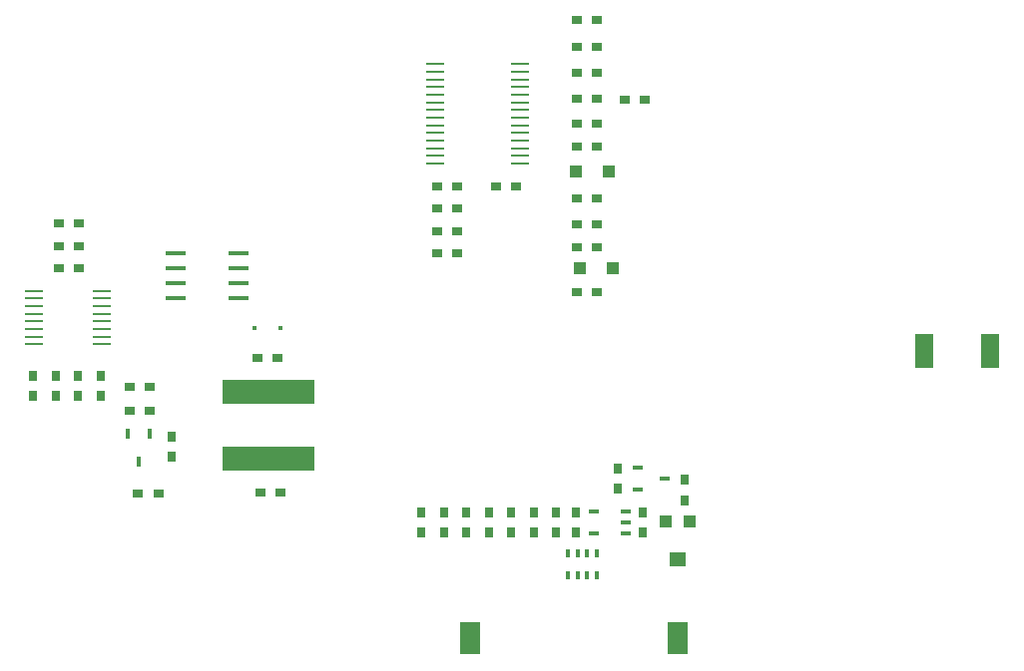
<source format=gtp>
G04 DipTrace 2.3.1.0*
%INreloadpro.frontpaste.gtp*%
%MOIN*%
%ADD32R,0.0394X0.0394*%
%ADD37R,0.0709X0.0157*%
%ADD69R,0.0354X0.0157*%
%ADD75R,0.0138X0.0295*%
%ADD77R,0.063X0.1181*%
%ADD79R,0.0551X0.0512*%
%ADD83R,0.0335X0.0177*%
%ADD85R,0.0177X0.0335*%
%ADD87R,0.3071X0.0787*%
%ADD91R,0.063X0.0079*%
%ADD94R,0.0157X0.0157*%
%ADD98R,0.0709X0.1102*%
%ADD100R,0.0039X0.0413*%
%ADD105R,0.0315X0.0354*%
%ADD107R,0.0354X0.0315*%
%FSLAX44Y44*%
G04*
G70*
G90*
G75*
G01*
%LNTopPaste*%
%LPD*%
D107*
X6812Y23187D3*
X7481D3*
X6812Y22437D3*
X7481D3*
X6812Y21687D3*
X7481D3*
D105*
X6687Y17437D3*
Y18106D3*
X7437Y17437D3*
Y18106D3*
X10562Y16062D3*
Y15393D3*
D107*
X9449Y14173D3*
X10118D3*
X14107Y18687D3*
X13437D3*
X14187Y14187D3*
X13518D3*
X19437Y24437D3*
X20106D3*
X19437Y23687D3*
X20106D3*
X19437Y22937D3*
X20106D3*
X19437Y22187D3*
X20106D3*
X22062Y24437D3*
X21393D3*
X25687Y27312D3*
X26356D3*
X24772Y23147D3*
X24103D3*
D105*
X18902Y12850D3*
Y13519D3*
X19652Y12850D3*
Y13519D3*
X20402Y12850D3*
Y13519D3*
X21152Y12850D3*
Y13519D3*
X21902Y12850D3*
Y13519D3*
X22652Y12850D3*
Y13519D3*
X23402Y12850D3*
Y13519D3*
X26312Y13522D3*
Y12853D3*
X24062Y12852D3*
Y13521D3*
D100*
X26852Y10225D3*
X26656D3*
X26459D3*
X26262D3*
X26065D3*
X25868D3*
X25671D3*
X25474D3*
X25278D3*
X25081D3*
X24884D3*
X24687D3*
X24490D3*
X24293D3*
X24096D3*
X23900D3*
X23703D3*
X23506D3*
X23309D3*
X23112D3*
X22915D3*
X22719D3*
X22522D3*
X22325D3*
X22128D3*
X21931D3*
X21734D3*
X21537D3*
X21341D3*
X21144D3*
D98*
X27459Y9309D3*
X20537D3*
D94*
X14187Y19687D3*
X13321D3*
D32*
X24062Y24937D3*
X25164D3*
X24187Y21687D3*
X25289D3*
D91*
X5963Y20937D3*
Y20681D3*
Y20425D3*
Y20169D3*
Y19913D3*
Y19657D3*
Y19402D3*
Y19146D3*
X8246D3*
Y19402D3*
Y19657D3*
Y19913D3*
Y20169D3*
Y20425D3*
Y20681D3*
Y20937D3*
D37*
X10687Y22187D3*
Y21687D3*
Y21187D3*
Y20687D3*
X12813D3*
Y21187D3*
Y21687D3*
Y22187D3*
D91*
X22187Y25187D3*
Y25443D3*
Y25699D3*
Y25955D3*
Y26211D3*
Y26467D3*
Y26722D3*
Y26978D3*
Y27234D3*
Y27490D3*
Y27746D3*
Y28002D3*
Y28258D3*
Y28514D3*
X19352D3*
Y28258D3*
Y28002D3*
Y27746D3*
Y27490D3*
Y27234D3*
Y26978D3*
Y26722D3*
Y26467D3*
Y26211D3*
Y25955D3*
Y25699D3*
Y25443D3*
Y25187D3*
D87*
X13815Y15315D3*
Y17559D3*
D85*
X9843Y16142D3*
X9094D3*
X9469Y15236D3*
D83*
X26127Y15025D3*
Y14277D3*
X27033Y14651D3*
D105*
X5937Y17437D3*
Y18106D3*
X8187Y17437D3*
Y18106D3*
D107*
X9843Y17717D3*
X9173D3*
X9843Y16929D3*
X9173D3*
X24772Y29977D3*
X24102D3*
X24772Y29102D3*
X24102D3*
X24772Y28227D3*
X24102D3*
X24772Y27352D3*
X24102D3*
Y26522D3*
X24772D3*
Y25772D3*
X24102D3*
X24772Y24022D3*
X24102D3*
Y22397D3*
X24772D3*
D105*
X25462Y14315D3*
Y14984D3*
D32*
X27852Y13225D3*
D79*
X27459Y11957D3*
D32*
X27065Y13224D3*
D105*
X27687Y14609D3*
Y13940D3*
D77*
X37914Y18914D3*
X35710D3*
D75*
X23812Y11437D3*
X24127D3*
X24442D3*
X24757D3*
Y12146D3*
X24442D3*
X24127D3*
X23812D3*
D107*
X24102Y20897D3*
X24772D3*
D69*
X25719Y12813D3*
Y13187D3*
Y13561D3*
X24656D3*
Y12813D3*
M02*

</source>
